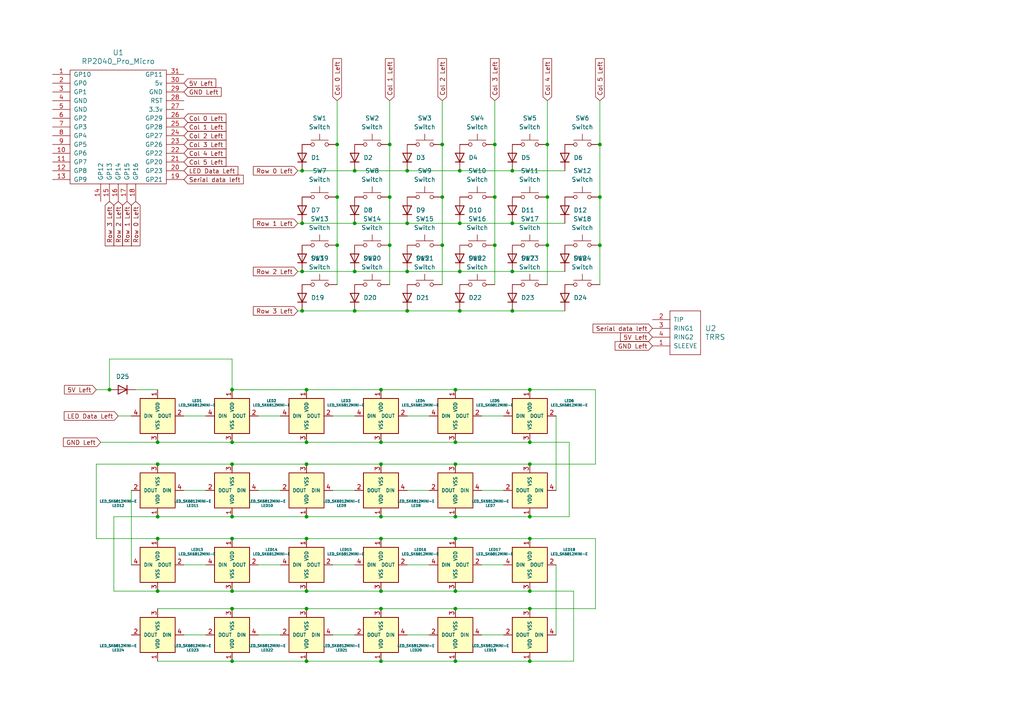
<source format=kicad_sch>
(kicad_sch (version 20231120) (generator "eeschema") (generator_version "8.0")
  (paper "A4")
  (lib_symbols
    (symbol "pjimenez:Diode_1N4148-SOD123" (pin_numbers hide) (pin_names hide)
      (property "Reference" "D" (at 0 2.54 0))
      (symbol "Diode_1N4148-SOD123_0_1"
        (polyline (pts (xy -1.27 1.27) (xy -1.27 -1.27)) (stroke (width 0.254)))
        (polyline (pts (xy 1.27 0) (xy -1.27 0)))
        (polyline (pts (xy 1.27 1.27) (xy 1.27 -1.27) (xy -1.27 0) (xy 1.27 1.27)) (stroke (width 0.254)))
      )
      (symbol "Diode_1N4148-SOD123_1_1"
        (pin passive line (at -3.81 0 0) (length 2.54) (name "K") (number "1"))
        (pin passive line (at 3.81 0 180) (length 2.54) (name "A") (number "2"))
      )
    )
    (symbol "pjimenez:LED_SK6812MINI-E" (pin_names (offset 1.016))
      (property "Reference" "LED" (at 0 10.16 0))
      (property "Value" "LED_SK6812MINI-E" (at 0 8.89 0))
      (symbol "LED_SK6812MINI-E_0_1"
        (rectangle (start -5.08 5.08) (end 5.08 -5.08) (stroke (width 0.254)) (fill (type background)))
      )
      (symbol "LED_SK6812MINI-E_1_1"
        (pin power_in line (at 0 7.62 270) (length 2.54) (name "VDD") (number "1"))
        (pin output line (at 7.62 0 180) (length 2.54) (name "DOUT") (number "2"))
        (pin power_in line (at 0 -7.62 90) (length 2.54) (name "VSS") (number "3"))
        (pin input line (at -7.62 0 0) (length 2.54) (name "DIN") (number "4"))
      )
    )
    (symbol "pjimenez:MCU_RP2040_Pro_Micro" (pin_names (offset 1.016))
      (property "Reference" "U" (at 0 0 0))
      (property "Value" "RP2040_Pro_Micro" (at 0 -27.686 0))
      (symbol "MCU_RP2040_Pro_Micro_0_1"
        (rectangle (start -13.97 16.51) (end 13.97 -16.51))
      )
      (symbol "MCU_RP2040_Pro_Micro_1_1"
        (pin input line (at -19.05 15.24 0) (length 5.08) (name "GP10") (number "1"))
        (pin input line (at -19.05 -7.62 0) (length 5.08) (name "GP6") (number "10"))
        (pin input line (at -19.05 -10.16 0) (length 5.08) (name "GP7") (number "11"))
        (pin input line (at -19.05 -12.7 0) (length 5.08) (name "GP8") (number "12"))
        (pin input line (at -19.05 -15.24 0) (length 5.08) (name "GP9") (number "13"))
        (pin input line (at -5.08 -21.59 90) (length 5.08) (name "GP12") (number "14"))
        (pin input line (at -2.54 -21.59 90) (length 5.08) (name "GP13") (number "15"))
        (pin input line (at 0 -21.59 90) (length 5.08) (name "GP14") (number "16"))
        (pin input line (at 2.54 -21.59 90) (length 5.08) (name "GP15") (number "17"))
        (pin input line (at 5.08 -21.59 90) (length 5.08) (name "GP16") (number "18"))
        (pin input line (at 19.05 -15.24 180) (length 5.08) (name "GP21") (number "19"))
        (pin input line (at -19.05 12.7 0) (length 5.08) (name "GP0") (number "2"))
        (pin input line (at 19.05 -12.7 180) (length 5.08) (name "GP23") (number "20"))
        (pin input line (at 19.05 -10.16 180) (length 5.08) (name "GP20") (number "21"))
        (pin input line (at 19.05 -7.62 180) (length 5.08) (name "GP22") (number "22"))
        (pin input line (at 19.05 -5.08 180) (length 5.08) (name "GP26") (number "23"))
        (pin input line (at 19.05 -2.54 180) (length 5.08) (name "GP27") (number "24"))
        (pin input line (at 19.05 0 180) (length 5.08) (name "GP28") (number "25"))
        (pin input line (at 19.05 2.54 180) (length 5.08) (name "GP29") (number "26"))
        (pin input line (at 19.05 5.08 180) (length 5.08) (name "3.3v") (number "27"))
        (pin input line (at 19.05 7.62 180) (length 5.08) (name "RST") (number "28"))
        (pin input line (at 19.05 10.16 180) (length 5.08) (name "GND") (number "29"))
        (pin input line (at -19.05 10.16 0) (length 5.08) (name "GP1") (number "3"))
        (pin input line (at 19.05 12.7 180) (length 5.08) (name "5v") (number "30"))
        (pin input line (at 19.05 15.24 180) (length 5.08) (name "GP11") (number "31"))
        (pin input line (at -19.05 7.62 0) (length 5.08) (name "GND") (number "4"))
        (pin input line (at -19.05 5.08 0) (length 5.08) (name "GND") (number "5"))
        (pin input line (at -19.05 2.54 0) (length 5.08) (name "GP2") (number "6"))
        (pin input line (at -19.05 0 0) (length 5.08) (name "GP3") (number "7"))
        (pin input line (at -19.05 -2.54 0) (length 5.08) (name "GP4") (number "8"))
        (pin input line (at -19.05 -5.08 0) (length 5.08) (name "GP5") (number "9"))
      )
    )
    (symbol "pjimenez:Switch_ChocV1-hotswap" (pin_numbers hide) (pin_names (offset 1.016) hide)
      (property "Reference" "SW" (at 1.27 2.54 0))
      (property "Value" "Switch" (at 0 -1.524 0))
      (symbol "Switch_ChocV1-hotswap_0_1"
        (circle (center -2.032 0) (radius 0.508))
        (polyline (pts (xy 0 1.27) (xy 0 3.048)))
        (polyline (pts (xy 2.54 1.27) (xy -2.54 1.27)))
        (circle (center 2.032 0) (radius 0.508))
        (pin passive line (at -5.08 0 0) (length 2.54) (name "1") (number "1"))
        (pin passive line (at 5.08 0 180) (length 2.54) (name "2") (number "2"))
      )
    )
    (symbol "pjimenez:TRRS_PJ-320A" (pin_names (offset 1.016))
      (property "Reference" "U" (at 0 15.24 0))
      (property "Value" "TRRS" (at 0 -2.54 0))
      (symbol "TRRS_PJ-320A_0_1"
        (rectangle (start -3.81 0) (end -3.81 12.7))
        (rectangle (start -3.81 0) (end 5.08 0))
        (rectangle (start -3.81 12.7) (end 5.08 12.7))
        (rectangle (start 5.08 12.7) (end 5.08 0))
      )
      (symbol "TRRS_PJ-320A_1_1"
        (pin input line (at -8.89 2.54 0) (length 5.08) (name "SLEEVE") (number "1"))
        (pin input line (at -8.89 10.16 0) (length 5.08) (name "TIP") (number "2"))
        (pin input line (at -8.89 7.62 0) (length 5.08) (name "RING1") (number "3"))
        (pin input line (at -8.89 5.08 0) (length 5.08) (name "RING2") (number "4"))
      )
    )
  )
  (junction (at 118.11 64.77))
  (junction (at 158.75 71.12))
  (junction (at 158.75 57.15))
  (junction (at 153.67 176.53))
  (junction (at 153.67 113.03))
  (junction (at 67.31 191.77))
  (junction (at 87.63 49.53))
  (junction (at 132.08 191.77))
  (junction (at 102.87 49.53))
  (junction (at 133.35 64.77))
  (junction (at 153.67 191.77))
  (junction (at 173.99 41.91))
  (junction (at 113.03 57.15))
  (junction (at 118.11 49.53))
  (junction (at 88.9 134.62))
  (junction (at 45.72 149.86))
  (junction (at 67.31 149.86))
  (junction (at 87.63 64.77))
  (junction (at 158.75 41.91))
  (junction (at 143.51 41.91))
  (junction (at 128.27 57.15))
  (junction (at 118.11 78.74))
  (junction (at 102.87 78.74))
  (junction (at 88.9 176.53))
  (junction (at 132.08 176.53))
  (junction (at 132.08 134.62))
  (junction (at 173.99 71.12))
  (junction (at 110.49 149.86))
  (junction (at 153.67 171.45))
  (junction (at 128.27 71.12))
  (junction (at 67.31 171.45))
  (junction (at 148.59 78.74))
  (junction (at 87.63 90.17))
  (junction (at 153.67 128.27))
  (junction (at 97.79 41.91))
  (junction (at 128.27 41.91))
  (junction (at 88.9 191.77))
  (junction (at 148.59 49.53))
  (junction (at 45.72 128.27))
  (junction (at 113.03 71.12))
  (junction (at 132.08 113.03))
  (junction (at 143.51 57.15))
  (junction (at 132.08 128.27))
  (junction (at 132.08 171.45))
  (junction (at 67.31 113.03))
  (junction (at 88.9 149.86))
  (junction (at 97.79 57.15))
  (junction (at 97.79 71.12))
  (junction (at 88.9 128.27))
  (junction (at 153.67 149.86))
  (junction (at 110.49 156.21))
  (junction (at 110.49 134.62))
  (junction (at 110.49 113.03))
  (junction (at 88.9 171.45))
  (junction (at 110.49 128.27))
  (junction (at 153.67 156.21))
  (junction (at 88.9 113.03))
  (junction (at 45.72 171.45))
  (junction (at 102.87 64.77))
  (junction (at 113.03 41.91))
  (junction (at 31.75 113.03))
  (junction (at 110.49 171.45))
  (junction (at 143.51 71.12))
  (junction (at 133.35 49.53))
  (junction (at 133.35 90.17))
  (junction (at 45.72 156.21))
  (junction (at 118.11 90.17))
  (junction (at 88.9 156.21))
  (junction (at 148.59 64.77))
  (junction (at 153.67 134.62))
  (junction (at 45.72 134.62))
  (junction (at 102.87 90.17))
  (junction (at 132.08 156.21))
  (junction (at 67.31 134.62))
  (junction (at 67.31 176.53))
  (junction (at 67.31 128.27))
  (junction (at 133.35 78.74))
  (junction (at 87.63 78.74))
  (junction (at 110.49 191.77))
  (junction (at 67.31 156.21))
  (junction (at 132.08 149.86))
  (junction (at 110.49 176.53))
  (junction (at 148.59 90.17))
  (junction (at 173.99 57.15))
  (wire (pts (xy 45.72 156.21) (xy 67.31 156.21)))
  (wire (pts (xy 29.21 128.27) (xy 45.72 128.27)))
  (wire (pts (xy 153.67 134.62) (xy 132.08 134.62)))
  (wire (pts (xy 128.27 29.21) (xy 128.27 41.91)))
  (wire (pts (xy 158.75 29.21) (xy 158.75 41.91)))
  (wire (pts (xy 143.51 71.12) (xy 143.51 82.55)))
  (wire (pts (xy 96.52 120.65) (xy 102.87 120.65)))
  (wire (pts (xy 110.49 113.03) (xy 132.08 113.03)))
  (wire (pts (xy 133.35 49.53) (xy 148.59 49.53)))
  (wire (pts (xy 45.72 191.77) (xy 67.31 191.77)))
  (wire (pts (xy 27.94 156.21) (xy 45.72 156.21)))
  (wire (pts (xy 133.35 78.74) (xy 148.59 78.74)))
  (wire (pts (xy 45.72 113.03) (xy 39.37 113.03)))
  (wire (pts (xy 153.67 171.45) (xy 166.37 171.45)))
  (wire (pts (xy 132.08 128.27) (xy 153.67 128.27)))
  (wire (pts (xy 132.08 171.45) (xy 153.67 171.45)))
  (wire (pts (xy 113.03 29.21) (xy 113.03 41.91)))
  (wire (pts (xy 143.51 41.91) (xy 143.51 57.15)))
  (wire (pts (xy 53.34 163.83) (xy 59.69 163.83)))
  (wire (pts (xy 132.08 149.86) (xy 110.49 149.86)))
  (wire (pts (xy 38.1 142.24) (xy 38.1 163.83)))
  (wire (pts (xy 53.34 142.24) (xy 59.69 142.24)))
  (wire (pts (xy 153.67 156.21) (xy 172.72 156.21)))
  (wire (pts (xy 173.99 57.15) (xy 173.99 71.12)))
  (wire (pts (xy 87.63 64.77) (xy 102.87 64.77)))
  (wire (pts (xy 110.49 191.77) (xy 132.08 191.77)))
  (wire (pts (xy 172.72 113.03) (xy 172.72 134.62)))
  (wire (pts (xy 31.75 113.03) (xy 31.75 104.14)))
  (wire (pts (xy 113.03 57.15) (xy 113.03 71.12)))
  (wire (pts (xy 113.03 71.12) (xy 113.03 82.55)))
  (wire (pts (xy 118.11 184.15) (xy 124.46 184.15)))
  (wire (pts (xy 118.11 64.77) (xy 133.35 64.77)))
  (wire (pts (xy 67.31 128.27) (xy 88.9 128.27)))
  (wire (pts (xy 87.63 49.53) (xy 102.87 49.53)))
  (wire (pts (xy 153.67 176.53) (xy 132.08 176.53)))
  (wire (pts (xy 166.37 171.45) (xy 166.37 191.77)))
  (wire (pts (xy 110.49 176.53) (xy 88.9 176.53)))
  (wire (pts (xy 74.93 184.15) (xy 81.28 184.15)))
  (wire (pts (xy 143.51 29.21) (xy 143.51 41.91)))
  (wire (pts (xy 86.36 49.53) (xy 87.63 49.53)))
  (wire (pts (xy 87.63 90.17) (xy 102.87 90.17)))
  (wire (pts (xy 88.9 171.45) (xy 110.49 171.45)))
  (wire (pts (xy 118.11 142.24) (xy 124.46 142.24)))
  (wire (pts (xy 45.72 134.62) (xy 27.94 134.62)))
  (wire (pts (xy 158.75 71.12) (xy 158.75 82.55)))
  (wire (pts (xy 148.59 49.53) (xy 163.83 49.53)))
  (wire (pts (xy 173.99 71.12) (xy 173.99 82.55)))
  (wire (pts (xy 27.94 134.62) (xy 27.94 156.21)))
  (wire (pts (xy 67.31 134.62) (xy 45.72 134.62)))
  (wire (pts (xy 173.99 41.91) (xy 173.99 57.15)))
  (wire (pts (xy 153.67 149.86) (xy 132.08 149.86)))
  (wire (pts (xy 74.93 163.83) (xy 81.28 163.83)))
  (wire (pts (xy 67.31 176.53) (xy 45.72 176.53)))
  (wire (pts (xy 31.75 104.14) (xy 67.31 104.14)))
  (wire (pts (xy 161.29 120.65) (xy 161.29 142.24)))
  (wire (pts (xy 148.59 90.17) (xy 163.83 90.17)))
  (wire (pts (xy 132.08 176.53) (xy 110.49 176.53)))
  (wire (pts (xy 97.79 41.91) (xy 97.79 57.15)))
  (wire (pts (xy 172.72 176.53) (xy 153.67 176.53)))
  (wire (pts (xy 139.7 163.83) (xy 146.05 163.83)))
  (wire (pts (xy 148.59 78.74) (xy 163.83 78.74)))
  (wire (pts (xy 67.31 191.77) (xy 88.9 191.77)))
  (wire (pts (xy 118.11 120.65) (xy 124.46 120.65)))
  (wire (pts (xy 67.31 149.86) (xy 45.72 149.86)))
  (wire (pts (xy 33.02 171.45) (xy 45.72 171.45)))
  (wire (pts (xy 102.87 49.53) (xy 118.11 49.53)))
  (wire (pts (xy 88.9 191.77) (xy 110.49 191.77)))
  (wire (pts (xy 53.34 184.15) (xy 59.69 184.15)))
  (wire (pts (xy 97.79 71.12) (xy 97.79 82.55)))
  (wire (pts (xy 139.7 142.24) (xy 146.05 142.24)))
  (wire (pts (xy 132.08 156.21) (xy 153.67 156.21)))
  (wire (pts (xy 153.67 191.77) (xy 166.37 191.77)))
  (wire (pts (xy 118.11 78.74) (xy 133.35 78.74)))
  (wire (pts (xy 133.35 64.77) (xy 148.59 64.77)))
  (wire (pts (xy 110.49 134.62) (xy 88.9 134.62)))
  (wire (pts (xy 110.49 171.45) (xy 132.08 171.45)))
  (wire (pts (xy 67.31 104.14) (xy 67.31 113.03)))
  (wire (pts (xy 110.49 149.86) (xy 88.9 149.86)))
  (wire (pts (xy 173.99 29.21) (xy 173.99 41.91)))
  (wire (pts (xy 88.9 156.21) (xy 110.49 156.21)))
  (wire (pts (xy 139.7 184.15) (xy 146.05 184.15)))
  (wire (pts (xy 139.7 120.65) (xy 146.05 120.65)))
  (wire (pts (xy 148.59 64.77) (xy 163.83 64.77)))
  (wire (pts (xy 33.02 149.86) (xy 33.02 171.45)))
  (wire (pts (xy 118.11 90.17) (xy 133.35 90.17)))
  (wire (pts (xy 102.87 90.17) (xy 118.11 90.17)))
  (wire (pts (xy 74.93 142.24) (xy 81.28 142.24)))
  (wire (pts (xy 67.31 113.03) (xy 88.9 113.03)))
  (wire (pts (xy 102.87 78.74) (xy 118.11 78.74)))
  (wire (pts (xy 165.1 149.86) (xy 153.67 149.86)))
  (wire (pts (xy 45.72 149.86) (xy 33.02 149.86)))
  (wire (pts (xy 67.31 171.45) (xy 88.9 171.45)))
  (wire (pts (xy 96.52 184.15) (xy 102.87 184.15)))
  (wire (pts (xy 153.67 128.27) (xy 165.1 128.27)))
  (wire (pts (xy 97.79 29.21) (xy 97.79 41.91)))
  (wire (pts (xy 132.08 113.03) (xy 153.67 113.03)))
  (wire (pts (xy 165.1 128.27) (xy 165.1 149.86)))
  (wire (pts (xy 153.67 113.03) (xy 172.72 113.03)))
  (wire (pts (xy 96.52 142.24) (xy 102.87 142.24)))
  (wire (pts (xy 110.49 156.21) (xy 132.08 156.21)))
  (wire (pts (xy 118.11 163.83) (xy 124.46 163.83)))
  (wire (pts (xy 143.51 57.15) (xy 143.51 71.12)))
  (wire (pts (xy 133.35 90.17) (xy 148.59 90.17)))
  (wire (pts (xy 128.27 71.12) (xy 128.27 82.55)))
  (wire (pts (xy 158.75 57.15) (xy 158.75 71.12)))
  (wire (pts (xy 97.79 57.15) (xy 97.79 71.12)))
  (wire (pts (xy 113.03 41.91) (xy 113.03 57.15)))
  (wire (pts (xy 172.72 134.62) (xy 153.67 134.62)))
  (wire (pts (xy 158.75 41.91) (xy 158.75 57.15)))
  (wire (pts (xy 102.87 64.77) (xy 118.11 64.77)))
  (wire (pts (xy 132.08 134.62) (xy 110.49 134.62)))
  (wire (pts (xy 86.36 64.77) (xy 87.63 64.77)))
  (wire (pts (xy 118.11 49.53) (xy 133.35 49.53)))
  (wire (pts (xy 53.34 120.65) (xy 59.69 120.65)))
  (wire (pts (xy 45.72 171.45) (xy 67.31 171.45)))
  (wire (pts (xy 86.36 78.74) (xy 87.63 78.74)))
  (wire (pts (xy 87.63 78.74) (xy 102.87 78.74)))
  (wire (pts (xy 34.29 120.65) (xy 38.1 120.65)))
  (wire (pts (xy 88.9 128.27) (xy 110.49 128.27)))
  (wire (pts (xy 128.27 57.15) (xy 128.27 71.12)))
  (wire (pts (xy 88.9 113.03) (xy 110.49 113.03)))
  (wire (pts (xy 128.27 41.91) (xy 128.27 57.15)))
  (wire (pts (xy 74.93 120.65) (xy 81.28 120.65)))
  (wire (pts (xy 172.72 156.21) (xy 172.72 176.53)))
  (wire (pts (xy 88.9 149.86) (xy 67.31 149.86)))
  (wire (pts (xy 110.49 128.27) (xy 132.08 128.27)))
  (wire (pts (xy 132.08 191.77) (xy 153.67 191.77)))
  (wire (pts (xy 88.9 134.62) (xy 67.31 134.62)))
  (wire (pts (xy 88.9 176.53) (xy 67.31 176.53)))
  (wire (pts (xy 161.29 163.83) (xy 161.29 184.15)))
  (wire (pts (xy 31.75 113.03) (xy 27.94 113.03)))
  (wire (pts (xy 67.31 156.21) (xy 88.9 156.21)))
  (wire (pts (xy 45.72 128.27) (xy 67.31 128.27)))
  (wire (pts (xy 86.36 90.17) (xy 87.63 90.17)))
  (wire (pts (xy 96.52 163.83) (xy 102.87 163.83)))
  (global_label "Serial data left" (shape input) (at 53.34 52.07 0) (property "Intersheetrefs" "${INTERSHEET_REFS}" (effects (hide yes))))
  (global_label "LED Data Left" (shape input) (at 53.34 49.53 0) (property "Intersheetrefs" "${INTERSHEET_REFS}" (effects (hide yes))))
  (global_label "5V Left" (shape input) (at 53.34 24.13 0) (property "Intersheetrefs" "${INTERSHEET_REFS}" (effects (hide yes))))
  (global_label "LED Data Left" (shape input) (at 34.29 120.65 180) (property "Intersheetrefs" "${INTERSHEET_REFS}" (effects (hide yes))))
  (global_label "Row 3 Left" (shape input) (at 86.36 90.17 180) (property "Intersheetrefs" "${INTERSHEET_REFS}" (effects (hide yes))))
  (global_label "Col 5 Left" (shape input) (at 53.34 46.99 0) (property "Intersheetrefs" "${INTERSHEET_REFS}" (effects (hide yes))))
  (global_label "GND Left" (shape input) (at 189.23 100.33 180) (property "Intersheetrefs" "${INTERSHEET_REFS}" (effects (hide yes))))
  (global_label "GND Left" (shape input) (at 53.34 26.67 0) (property "Intersheetrefs" "${INTERSHEET_REFS}" (effects (hide yes))))
  (global_label "Col 1 Left" (shape input) (at 113.03 29.21 90) (property "Intersheetrefs" "${INTERSHEET_REFS}" (effects (hide yes))))
  (global_label "Col 2 Left" (shape input) (at 53.34 39.37 0) (property "Intersheetrefs" "${INTERSHEET_REFS}" (effects (hide yes))))
  (global_label "Row 0 Left" (shape input) (at 86.36 49.53 180) (property "Intersheetrefs" "${INTERSHEET_REFS}" (effects (hide yes))))
  (global_label "Col 4 Left" (shape input) (at 158.75 29.21 90) (property "Intersheetrefs" "${INTERSHEET_REFS}" (effects (hide yes))))
  (global_label "5V Left" (shape input) (at 189.23 97.79 180) (property "Intersheetrefs" "${INTERSHEET_REFS}" (effects (hide yes))))
  (global_label "GND Left" (shape input) (at 29.21 128.27 180) (property "Intersheetrefs" "${INTERSHEET_REFS}" (effects (hide yes))))
  (global_label "Row 1 Left" (shape input) (at 86.36 64.77 180) (property "Intersheetrefs" "${INTERSHEET_REFS}" (effects (hide yes))))
  (global_label "Col 4 Left" (shape input) (at 53.34 44.45 0) (property "Intersheetrefs" "${INTERSHEET_REFS}" (effects (hide yes))))
  (global_label "Serial data left" (shape input) (at 189.23 95.25 180) (property "Intersheetrefs" "${INTERSHEET_REFS}" (effects (hide yes))))
  (global_label "Row 3 Left" (shape input) (at 31.75 58.42 270) (property "Intersheetrefs" "${INTERSHEET_REFS}" (effects (hide yes))))
  (global_label "Row 2 Left" (shape input) (at 86.36 78.74 180) (property "Intersheetrefs" "${INTERSHEET_REFS}" (effects (hide yes))))
  (global_label "Row 0 Left" (shape input) (at 39.37 58.42 270) (property "Intersheetrefs" "${INTERSHEET_REFS}" (effects (hide yes))))
  (global_label "Col 5 Left" (shape input) (at 173.99 29.21 90) (property "Intersheetrefs" "${INTERSHEET_REFS}" (effects (hide yes))))
  (global_label "Col 1 Left" (shape input) (at 53.34 36.83 0) (property "Intersheetrefs" "${INTERSHEET_REFS}" (effects (hide yes))))
  (global_label "Row 2 Left" (shape input) (at 34.29 58.42 270) (property "Intersheetrefs" "${INTERSHEET_REFS}" (effects (hide yes))))
  (global_label "Col 3 Left" (shape input) (at 143.51 29.21 90) (property "Intersheetrefs" "${INTERSHEET_REFS}" (effects (hide yes))))
  (global_label "Col 0 Left" (shape input) (at 97.79 29.21 90) (property "Intersheetrefs" "${INTERSHEET_REFS}" (effects (hide yes))))
  (global_label "Col 2 Left" (shape input) (at 128.27 29.21 90) (property "Intersheetrefs" "${INTERSHEET_REFS}" (effects (hide yes))))
  (global_label "5V Left" (shape input) (at 27.94 113.03 180) (property "Intersheetrefs" "${INTERSHEET_REFS}" (effects (hide yes))))
  (global_label "Col 0 Left" (shape input) (at 53.34 34.29 0) (property "Intersheetrefs" "${INTERSHEET_REFS}" (effects (hide yes))))
  (global_label "Row 1 Left" (shape input) (at 36.83 58.42 270) (property "Intersheetrefs" "${INTERSHEET_REFS}" (effects (hide yes))))
  (global_label "Col 3 Left" (shape input) (at 53.34 41.91 0) (property "Intersheetrefs" "${INTERSHEET_REFS}" (effects (hide yes))))
  (symbol (lib_id "pjimenez:Switch_ChocV1-hotswap") (at 107.95 57.15 0) (unit 1)
    (property "Reference" "SW8" (at 107.95 49.53 0))
    (property "Value" "Switch" (at 107.95 52.07 0))
    (property "Footprint" "pjimenez:Switch_ChocV1-hotswap" (effects (hide yes)))
    (property "Description" "Push button switch, generic, two pins" (effects (hide yes)))
  )
  (symbol (lib_id "pjimenez:LED_SK6812MINI-E") (at 132.08 142.24 180) (unit 1)
    (property "Reference" "LED8" (at 120.65 146.6535 0) (effects (font (size 0.7366 0.7366))))
    (property "Value" "LED_SK6812MINI-E" (at 120.65 145.3835 0) (effects (font (size 0.7366 0.7366))))
    (property "Footprint" "pjimenez:LED_SK6812-MINI-E" (effects (hide yes)))
  )
  (symbol (lib_id "pjimenez:Diode_1N4148-SOD123") (at 163.83 45.72 90) (unit 1)
    (property "Reference" "D6" (at 166.37 45.7199 90) (effects (justify right)))
    (property "Value" "Diode_1N4148-SOD123" (effects (hide yes)))
    (property "Footprint" "pjimenez:Diode_1N4148-SOD123" (effects (hide yes)))
    (property "Description" "1N4148 (DO-35) or 1N4148W (SOD-123)" (effects (hide yes)))
    (property "Sim.Device" "D" (effects (hide yes)))
    (property "Sim.Pins" "1=K 2=A" (effects (hide yes)))
  )
  (symbol (lib_id "pjimenez:Diode_1N4148-SOD123") (at 118.11 74.93 90) (unit 1)
    (property "Reference" "D15" (at 120.65 74.9299 90) (effects (justify right)))
    (property "Value" "Diode_1N4148-SOD123" (effects (hide yes)))
    (property "Footprint" "pjimenez:Diode_1N4148-SOD123" (effects (hide yes)))
    (property "Description" "1N4148 (DO-35) or 1N4148W (SOD-123)" (effects (hide yes)))
    (property "Sim.Device" "D" (effects (hide yes)))
    (property "Sim.Pins" "1=K 2=A" (effects (hide yes)))
  )
  (symbol (lib_id "pjimenez:Diode_1N4148-SOD123") (at 133.35 45.72 90) (unit 1)
    (property "Reference" "D4" (at 135.89 45.7199 90) (effects (justify right)))
    (property "Value" "Diode_1N4148-SOD123" (effects (hide yes)))
    (property "Footprint" "pjimenez:Diode_1N4148-SOD123" (effects (hide yes)))
    (property "Description" "1N4148 (DO-35) or 1N4148W (SOD-123)" (effects (hide yes)))
    (property "Sim.Device" "D" (effects (hide yes)))
    (property "Sim.Pins" "1=K 2=A" (effects (hide yes)))
  )
  (symbol (lib_id "pjimenez:LED_SK6812MINI-E") (at 110.49 163.83 0) (unit 1)
    (property "Reference" "LED16" (at 121.92 159.4165 0) (effects (font (size 0.7366 0.7366))))
    (property "Value" "LED_SK6812MINI-E" (at 121.92 160.6865 0) (effects (font (size 0.7366 0.7366))))
    (property "Footprint" "pjimenez:LED_SK6812-MINI-E" (effects (hide yes)))
  )
  (symbol (lib_id "pjimenez:Diode_1N4148-SOD123") (at 102.87 74.93 90) (unit 1)
    (property "Reference" "D14" (at 105.41 74.9299 90) (effects (justify right)))
    (property "Value" "Diode_1N4148-SOD123" (effects (hide yes)))
    (property "Footprint" "pjimenez:Diode_1N4148-SOD123" (effects (hide yes)))
    (property "Description" "1N4148 (DO-35) or 1N4148W (SOD-123)" (effects (hide yes)))
    (property "Sim.Device" "D" (effects (hide yes)))
    (property "Sim.Pins" "1=K 2=A" (effects (hide yes)))
  )
  (symbol (lib_id "pjimenez:LED_SK6812MINI-E") (at 67.31 120.65 0) (unit 1)
    (property "Reference" "LED2" (at 78.74 116.2365 0) (effects (font (size 0.7366 0.7366))))
    (property "Value" "LED_SK6812MINI-E" (at 78.74 117.5065 0) (effects (font (size 0.7366 0.7366))))
    (property "Footprint" "pjimenez:LED_SK6812-MINI-E" (effects (hide yes)))
  )
  (symbol (lib_id "pjimenez:Switch_ChocV1-hotswap") (at 168.91 41.91 0) (unit 1)
    (property "Reference" "SW6" (at 168.91 34.29 0))
    (property "Value" "Switch" (at 168.91 36.83 0))
    (property "Footprint" "pjimenez:Switch_ChocV1-hotswap" (effects (hide yes)))
    (property "Description" "Push button switch, generic, two pins" (effects (hide yes)))
  )
  (symbol (lib_id "pjimenez:Switch_ChocV1-hotswap") (at 123.19 57.15 0) (unit 1)
    (property "Reference" "SW9" (at 123.19 49.53 0))
    (property "Value" "Switch" (at 123.19 52.07 0))
    (property "Footprint" "pjimenez:Switch_ChocV1-hotswap" (effects (hide yes)))
    (property "Description" "Push button switch, generic, two pins" (effects (hide yes)))
  )
  (symbol (lib_id "pjimenez:Diode_1N4148-SOD123") (at 133.35 74.93 90) (unit 1)
    (property "Reference" "D16" (at 135.89 74.9299 90) (effects (justify right)))
    (property "Value" "Diode_1N4148-SOD123" (effects (hide yes)))
    (property "Footprint" "pjimenez:Diode_1N4148-SOD123" (effects (hide yes)))
    (property "Description" "1N4148 (DO-35) or 1N4148W (SOD-123)" (effects (hide yes)))
    (property "Sim.Device" "D" (effects (hide yes)))
    (property "Sim.Pins" "1=K 2=A" (effects (hide yes)))
  )
  (symbol (lib_id "pjimenez:LED_SK6812MINI-E") (at 45.72 142.24 180) (unit 1)
    (property "Reference" "LED12" (at 34.29 146.6535 0) (effects (font (size 0.7366 0.7366))))
    (property "Value" "LED_SK6812MINI-E" (at 34.29 145.3835 0) (effects (font (size 0.7366 0.7366))))
    (property "Footprint" "pjimenez:LED_SK6812-MINI-E" (effects (hide yes)))
  )
  (symbol (lib_id "pjimenez:LED_SK6812MINI-E") (at 110.49 184.15 180) (unit 1)
    (property "Reference" "LED21" (at 99.06 188.5635 0) (effects (font (size 0.7366 0.7366))))
    (property "Value" "LED_SK6812MINI-E" (at 99.06 187.2935 0) (effects (font (size 0.7366 0.7366))))
    (property "Footprint" "pjimenez:LED_SK6812-MINI-E" (effects (hide yes)))
  )
  (symbol (lib_id "pjimenez:Diode_1N4148-SOD123") (at 148.59 45.72 90) (unit 1)
    (property "Reference" "D5" (at 151.13 45.7199 90) (effects (justify right)))
    (property "Value" "Diode_1N4148-SOD123" (effects (hide yes)))
    (property "Footprint" "pjimenez:Diode_1N4148-SOD123" (effects (hide yes)))
    (property "Description" "1N4148 (DO-35) or 1N4148W (SOD-123)" (effects (hide yes)))
    (property "Sim.Device" "D" (effects (hide yes)))
    (property "Sim.Pins" "1=K 2=A" (effects (hide yes)))
  )
  (symbol (lib_id "pjimenez:Switch_ChocV1-hotswap") (at 153.67 41.91 0) (unit 1)
    (property "Reference" "SW5" (at 153.67 34.29 0))
    (property "Value" "Switch" (at 153.67 36.83 0))
    (property "Footprint" "pjimenez:Switch_ChocV1-hotswap" (effects (hide yes)))
    (property "Description" "Push button switch, generic, two pins" (effects (hide yes)))
  )
  (symbol (lib_id "pjimenez:Switch_ChocV1-hotswap") (at 138.43 71.12 0) (unit 1)
    (property "Reference" "SW16" (at 138.43 63.5 0))
    (property "Value" "Switch" (at 138.43 66.04 0))
    (property "Footprint" "pjimenez:Switch_ChocV1-hotswap" (effects (hide yes)))
    (property "Description" "Push button switch, generic, two pins" (effects (hide yes)))
  )
  (symbol (lib_id "pjimenez:LED_SK6812MINI-E") (at 110.49 120.65 0) (unit 1)
    (property "Reference" "LED4" (at 121.92 116.2365 0) (effects (font (size 0.7366 0.7366))))
    (property "Value" "LED_SK6812MINI-E" (at 121.92 117.5065 0) (effects (font (size 0.7366 0.7366))))
    (property "Footprint" "pjimenez:LED_SK6812-MINI-E" (effects (hide yes)))
  )
  (symbol (lib_id "pjimenez:Switch_ChocV1-hotswap") (at 138.43 41.91 0) (unit 1)
    (property "Reference" "SW4" (at 138.43 34.29 0))
    (property "Value" "Switch" (at 138.43 36.83 0))
    (property "Footprint" "pjimenez:Switch_ChocV1-hotswap" (effects (hide yes)))
    (property "Description" "Push button switch, generic, two pins" (effects (hide yes)))
  )
  (symbol (lib_id "pjimenez:Diode_1N4148-SOD123") (at 163.83 86.36 90) (unit 1)
    (property "Reference" "D24" (at 166.37 86.3599 90) (effects (justify right)))
    (property "Value" "Diode_1N4148-SOD123" (effects (hide yes)))
    (property "Footprint" "pjimenez:Diode_1N4148-SOD123" (effects (hide yes)))
    (property "Description" "1N4148 (DO-35) or 1N4148W (SOD-123)" (effects (hide yes)))
    (property "Sim.Device" "D" (effects (hide yes)))
    (property "Sim.Pins" "1=K 2=A" (effects (hide yes)))
  )
  (symbol (lib_id "pjimenez:LED_SK6812MINI-E") (at 132.08 120.65 0) (unit 1)
    (property "Reference" "LED5" (at 143.51 116.2365 0) (effects (font (size 0.7366 0.7366))))
    (property "Value" "LED_SK6812MINI-E" (at 143.51 117.5065 0) (effects (font (size 0.7366 0.7366))))
    (property "Footprint" "pjimenez:LED_SK6812-MINI-E" (effects (hide yes)))
  )
  (symbol (lib_id "pjimenez:LED_SK6812MINI-E") (at 45.72 184.15 180) (unit 1)
    (property "Reference" "LED24" (at 34.29 188.5635 0) (effects (font (size 0.7366 0.7366))))
    (property "Value" "LED_SK6812MINI-E" (at 34.29 187.2935 0) (effects (font (size 0.7366 0.7366))))
    (property "Footprint" "pjimenez:LED_SK6812-MINI-E" (effects (hide yes)))
  )
  (symbol (lib_id "pjimenez:LED_SK6812MINI-E") (at 88.9 142.24 180) (unit 1)
    (property "Reference" "LED10" (at 77.47 146.6535 0) (effects (font (size 0.7366 0.7366))))
    (property "Value" "LED_SK6812MINI-E" (at 77.47 145.3835 0) (effects (font (size 0.7366 0.7366))))
    (property "Footprint" "pjimenez:LED_SK6812-MINI-E" (effects (hide yes)))
  )
  (symbol (lib_id "pjimenez:Switch_ChocV1-hotswap") (at 92.71 41.91 0) (unit 1)
    (property "Reference" "SW1" (at 92.71 34.29 0))
    (property "Value" "Switch" (at 92.71 36.83 0))
    (property "Footprint" "pjimenez:Switch_ChocV1-hotswap" (effects (hide yes)))
    (property "Description" "Push button switch, generic, two pins" (effects (hide yes)))
  )
  (symbol (lib_id "pjimenez:Diode_1N4148-SOD123") (at 118.11 45.72 90) (unit 1)
    (property "Reference" "D3" (at 120.65 45.7199 90) (effects (justify right)))
    (property "Value" "Diode_1N4148-SOD123" (effects (hide yes)))
    (property "Footprint" "pjimenez:Diode_1N4148-SOD123" (effects (hide yes)))
    (property "Description" "1N4148 (DO-35) or 1N4148W (SOD-123)" (effects (hide yes)))
    (property "Sim.Device" "D" (effects (hide yes)))
    (property "Sim.Pins" "1=K 2=A" (effects (hide yes)))
  )
  (symbol (lib_id "pjimenez:LED_SK6812MINI-E") (at 88.9 120.65 0) (unit 1)
    (property "Reference" "LED3" (at 100.33 116.2365 0) (effects (font (size 0.7366 0.7366))))
    (property "Value" "LED_SK6812MINI-E" (at 100.33 117.5065 0) (effects (font (size 0.7366 0.7366))))
    (property "Footprint" "pjimenez:LED_SK6812-MINI-E" (effects (hide yes)))
  )
  (symbol (lib_id "pjimenez:Diode_1N4148-SOD123") (at 87.63 45.72 90) (unit 1)
    (property "Reference" "D1" (at 90.17 45.7199 90) (effects (justify right)))
    (property "Value" "Diode_1N4148-SOD123" (effects (hide yes)))
    (property "Footprint" "pjimenez:Diode_1N4148-SOD123" (effects (hide yes)))
    (property "Description" "1N4148 (DO-35) or 1N4148W (SOD-123)" (effects (hide yes)))
    (property "Sim.Device" "D" (effects (hide yes)))
    (property "Sim.Pins" "1=K 2=A" (effects (hide yes)))
  )
  (symbol (lib_id "pjimenez:Diode_1N4148-SOD123") (at 118.11 60.96 90) (unit 1)
    (property "Reference" "D9" (at 120.65 60.9599 90) (effects (justify right)))
    (property "Value" "Diode_1N4148-SOD123" (effects (hide yes)))
    (property "Footprint" "pjimenez:Diode_1N4148-SOD123" (effects (hide yes)))
    (property "Description" "1N4148 (DO-35) or 1N4148W (SOD-123)" (effects (hide yes)))
    (property "Sim.Device" "D" (effects (hide yes)))
    (property "Sim.Pins" "1=K 2=A" (effects (hide yes)))
  )
  (symbol (lib_id "pjimenez:LED_SK6812MINI-E") (at 88.9 184.15 180) (unit 1)
    (property "Reference" "LED22" (at 77.47 188.5635 0) (effects (font (size 0.7366 0.7366))))
    (property "Value" "LED_SK6812MINI-E" (at 77.47 187.2935 0) (effects (font (size 0.7366 0.7366))))
    (property "Footprint" "pjimenez:LED_SK6812-MINI-E" (effects (hide yes)))
  )
  (symbol (lib_id "pjimenez:Switch_ChocV1-hotswap") (at 138.43 82.55 0) (unit 1)
    (property "Reference" "SW22" (at 138.43 74.93 0))
    (property "Value" "Switch" (at 138.43 77.47 0))
    (property "Footprint" "pjimenez:Switch_ChocV1-hotswap" (effects (hide yes)))
    (property "Description" "Push button switch, generic, two pins" (effects (hide yes)))
  )
  (symbol (lib_id "pjimenez:Switch_ChocV1-hotswap") (at 107.95 41.91 0) (unit 1)
    (property "Reference" "SW2" (at 107.95 34.29 0))
    (property "Value" "Switch" (at 107.95 36.83 0))
    (property "Footprint" "pjimenez:Switch_ChocV1-hotswap" (effects (hide yes)))
    (property "Description" "Push button switch, generic, two pins" (effects (hide yes)))
  )
  (symbol (lib_id "pjimenez:Diode_1N4148-SOD123") (at 102.87 45.72 90) (unit 1)
    (property "Reference" "D2" (at 105.41 45.7199 90) (effects (justify right)))
    (property "Value" "Diode_1N4148-SOD123" (effects (hide yes)))
    (property "Footprint" "pjimenez:Diode_1N4148-SOD123" (effects (hide yes)))
    (property "Description" "1N4148 (DO-35) or 1N4148W (SOD-123)" (effects (hide yes)))
    (property "Sim.Device" "D" (effects (hide yes)))
    (property "Sim.Pins" "1=K 2=A" (effects (hide yes)))
  )
  (symbol (lib_id "pjimenez:LED_SK6812MINI-E") (at 153.67 163.83 0) (unit 1)
    (property "Reference" "LED18" (at 165.1 159.4165 0) (effects (font (size 0.7366 0.7366))))
    (property "Value" "LED_SK6812MINI-E" (at 165.1 160.6865 0) (effects (font (size 0.7366 0.7366))))
    (property "Footprint" "pjimenez:LED_SK6812-MINI-E" (effects (hide yes)))
  )
  (symbol (lib_id "pjimenez:Diode_1N4148-SOD123") (at 118.11 86.36 90) (unit 1)
    (property "Reference" "D21" (at 120.65 86.3599 90) (effects (justify right)))
    (property "Value" "Diode_1N4148-SOD123" (effects (hide yes)))
    (property "Footprint" "pjimenez:Diode_1N4148-SOD123" (effects (hide yes)))
    (property "Description" "1N4148 (DO-35) or 1N4148W (SOD-123)" (effects (hide yes)))
    (property "Sim.Device" "D" (effects (hide yes)))
    (property "Sim.Pins" "1=K 2=A" (effects (hide yes)))
  )
  (symbol (lib_id "pjimenez:Diode_1N4148-SOD123") (at 102.87 60.96 90) (unit 1)
    (property "Reference" "D8" (at 105.41 60.9599 90) (effects (justify right)))
    (property "Value" "Diode_1N4148-SOD123" (effects (hide yes)))
    (property "Footprint" "pjimenez:Diode_1N4148-SOD123" (effects (hide yes)))
    (property "Description" "1N4148 (DO-35) or 1N4148W (SOD-123)" (effects (hide yes)))
    (property "Sim.Device" "D" (effects (hide yes)))
    (property "Sim.Pins" "1=K 2=A" (effects (hide yes)))
  )
  (symbol (lib_id "pjimenez:Diode_1N4148-SOD123") (at 148.59 86.36 90) (unit 1)
    (property "Reference" "D23" (at 151.13 86.3599 90) (effects (justify right)))
    (property "Value" "Diode_1N4148-SOD123" (effects (hide yes)))
    (property "Footprint" "pjimenez:Diode_1N4148-SOD123" (effects (hide yes)))
    (property "Description" "1N4148 (DO-35) or 1N4148W (SOD-123)" (effects (hide yes)))
    (property "Sim.Device" "D" (effects (hide yes)))
    (property "Sim.Pins" "1=K 2=A" (effects (hide yes)))
  )
  (symbol (lib_id "pjimenez:LED_SK6812MINI-E") (at 45.72 163.83 0) (unit 1)
    (property "Reference" "LED13" (at 57.15 159.4165 0) (effects (font (size 0.7366 0.7366))))
    (property "Value" "LED_SK6812MINI-E" (at 57.15 160.6865 0) (effects (font (size 0.7366 0.7366))))
    (property "Footprint" "pjimenez:LED_SK6812-MINI-E" (effects (hide yes)))
  )
  (symbol (lib_id "pjimenez:LED_SK6812MINI-E") (at 153.67 142.24 180) (unit 1)
    (property "Reference" "LED7" (at 142.24 146.6535 0) (effects (font (size 0.7366 0.7366))))
    (property "Value" "LED_SK6812MINI-E" (at 142.24 145.3835 0) (effects (font (size 0.7366 0.7366))))
    (property "Footprint" "pjimenez:LED_SK6812-MINI-E" (effects (hide yes)))
  )
  (symbol (lib_id "pjimenez:Diode_1N4148-SOD123") (at 133.35 86.36 90) (unit 1)
    (property "Reference" "D22" (at 135.89 86.3599 90) (effects (justify right)))
    (property "Value" "Diode_1N4148-SOD123" (effects (hide yes)))
    (property "Footprint" "pjimenez:Diode_1N4148-SOD123" (effects (hide yes)))
    (property "Description" "1N4148 (DO-35) or 1N4148W (SOD-123)" (effects (hide yes)))
    (property "Sim.Device" "D" (effects (hide yes)))
    (property "Sim.Pins" "1=K 2=A" (effects (hide yes)))
  )
  (symbol (lib_id "pjimenez:Diode_1N4148-SOD123") (at 87.63 74.93 90) (unit 1)
    (property "Reference" "D13" (at 90.17 74.9299 90) (effects (justify right)))
    (property "Value" "Diode_1N4148-SOD123" (effects (hide yes)))
    (property "Footprint" "pjimenez:Diode_1N4148-SOD123" (effects (hide yes)))
    (property "Description" "1N4148 (DO-35) or 1N4148W (SOD-123)" (effects (hide yes)))
    (property "Sim.Device" "D" (effects (hide yes)))
    (property "Sim.Pins" "1=K 2=A" (effects (hide yes)))
  )
  (symbol (lib_id "pjimenez:Switch_ChocV1-hotswap") (at 107.95 71.12 0) (unit 1)
    (property "Reference" "SW14" (at 107.95 63.5 0))
    (property "Value" "Switch" (at 107.95 66.04 0))
    (property "Footprint" "pjimenez:Switch_ChocV1-hotswap" (effects (hide yes)))
    (property "Description" "Push button switch, generic, two pins" (effects (hide yes)))
  )
  (symbol (lib_id "pjimenez:LED_SK6812MINI-E") (at 67.31 163.83 0) (unit 1)
    (property "Reference" "LED14" (at 78.74 159.4165 0) (effects (font (size 0.7366 0.7366))))
    (property "Value" "LED_SK6812MINI-E" (at 78.74 160.6865 0) (effects (font (size 0.7366 0.7366))))
    (property "Footprint" "pjimenez:LED_SK6812-MINI-E" (effects (hide yes)))
  )
  (symbol (lib_id "pjimenez:LED_SK6812MINI-E") (at 153.67 184.15 180) (unit 1)
    (property "Reference" "LED19" (at 142.24 188.5635 0) (effects (font (size 0.7366 0.7366))))
    (property "Value" "LED_SK6812MINI-E" (at 142.24 187.2935 0) (effects (font (size 0.7366 0.7366))))
    (property "Footprint" "pjimenez:LED_SK6812-MINI-E" (effects (hide yes)))
  )
  (symbol (lib_id "pjimenez:Switch_ChocV1-hotswap") (at 138.43 57.15 0) (unit 1)
    (property "Reference" "SW10" (at 138.43 49.53 0))
    (property "Value" "Switch" (at 138.43 52.07 0))
    (property "Footprint" "pjimenez:Switch_ChocV1-hotswap" (effects (hide yes)))
    (property "Description" "Push button switch, generic, two pins" (effects (hide yes)))
  )
  (symbol (lib_id "pjimenez:Switch_ChocV1-hotswap") (at 153.67 82.55 0) (unit 1)
    (property "Reference" "SW23" (at 153.67 74.93 0))
    (property "Value" "Switch" (at 153.67 77.47 0))
    (property "Footprint" "pjimenez:Switch_ChocV1-hotswap" (effects (hide yes)))
    (property "Description" "Push button switch, generic, two pins" (effects (hide yes)))
  )
  (symbol (lib_id "pjimenez:LED_SK6812MINI-E") (at 67.31 184.15 180) (unit 1)
    (property "Reference" "LED23" (at 55.88 188.5635 0) (effects (font (size 0.7366 0.7366))))
    (property "Value" "LED_SK6812MINI-E" (at 55.88 187.2935 0) (effects (font (size 0.7366 0.7366))))
    (property "Footprint" "pjimenez:LED_SK6812-MINI-E" (effects (hide yes)))
  )
  (symbol (lib_id "pjimenez:Switch_ChocV1-hotswap") (at 123.19 82.55 0) (unit 1)
    (property "Reference" "SW21" (at 123.19 74.93 0))
    (property "Value" "Switch" (at 123.19 77.47 0))
    (property "Footprint" "pjimenez:Switch_ChocV1-hotswap" (effects (hide yes)))
    (property "Description" "Push button switch, generic, two pins" (effects (hide yes)))
  )
  (symbol (lib_id "pjimenez:Switch_ChocV1-hotswap") (at 168.91 71.12 0) (unit 1)
    (property "Reference" "SW18" (at 168.91 63.5 0))
    (property "Value" "Switch" (at 168.91 66.04 0))
    (property "Footprint" "pjimenez:Switch_ChocV1-hotswap" (effects (hide yes)))
    (property "Description" "Push button switch, generic, two pins" (effects (hide yes)))
  )
  (symbol (lib_id "pjimenez:Switch_ChocV1-hotswap") (at 107.95 82.55 0) (unit 1)
    (property "Reference" "SW20" (at 107.95 74.93 0))
    (property "Value" "Switch" (at 107.95 77.47 0))
    (property "Footprint" "pjimenez:Switch_ChocV1-hotswap" (effects (hide yes)))
    (property "Description" "Push button switch, generic, two pins" (effects (hide yes)))
  )
  (symbol (lib_id "pjimenez:TRRS_PJ-320A") (at 198.12 102.87 0) (unit 1)
    (property "Reference" "U2" (at 204.47 95.2499 0) (effects (font (size 1.524 1.524)) (justify left)))
    (property "Value" "TRRS" (at 204.47 97.7899 0) (effects (font (size 1.524 1.524)) (justify left)))
    (property "Footprint" "pjimenez:TRRS_PJ-320A" (effects (hide yes)))
  )
  (symbol (lib_id "pjimenez:LED_SK6812MINI-E") (at 67.31 142.24 180) (unit 1)
    (property "Reference" "LED11" (at 55.88 146.6535 0) (effects (font (size 0.7366 0.7366))))
    (property "Value" "LED_SK6812MINI-E" (at 55.88 145.3835 0) (effects (font (size 0.7366 0.7366))))
    (property "Footprint" "pjimenez:LED_SK6812-MINI-E" (effects (hide yes)))
  )
  (symbol (lib_id "pjimenez:Diode_1N4148-SOD123") (at 148.59 74.93 90) (unit 1)
    (property "Reference" "D17" (at 151.13 74.9299 90) (effects (justify right)))
    (property "Value" "Diode_1N4148-SOD123" (effects (hide yes)))
    (property "Footprint" "pjimenez:Diode_1N4148-SOD123" (effects (hide yes)))
    (property "Description" "1N4148 (DO-35) or 1N4148W (SOD-123)" (effects (hide yes)))
    (property "Sim.Device" "D" (effects (hide yes)))
    (property "Sim.Pins" "1=K 2=A" (effects (hide yes)))
  )
  (symbol (lib_id "pjimenez:Switch_ChocV1-hotswap") (at 153.67 57.15 0) (unit 1)
    (property "Reference" "SW11" (at 153.67 49.53 0))
    (property "Value" "Switch" (at 153.67 52.07 0))
    (property "Footprint" "pjimenez:Switch_ChocV1-hotswap" (effects (hide yes)))
    (property "Description" "Push button switch, generic, two pins" (effects (hide yes)))
  )
  (symbol (lib_id "pjimenez:Switch_ChocV1-hotswap") (at 92.71 82.55 0) (unit 1)
    (property "Reference" "SW19" (at 92.71 74.93 0))
    (property "Value" "Switch" (at 92.71 77.47 0))
    (property "Footprint" "pjimenez:Switch_ChocV1-hotswap" (effects (hide yes)))
    (property "Description" "Push button switch, generic, two pins" (effects (hide yes)))
  )
  (symbol (lib_id "pjimenez:Diode_1N4148-SOD123") (at 35.56 113.03 180) (unit 1)
    (property "Reference" "D25" (at 35.56 109.22 0))
    (property "Value" "Diode_1N4148-SOD123" (effects (hide yes)))
    (property "Footprint" "pjimenez:Diode_1N4148-SOD123" (effects (hide yes)))
    (property "Description" "1N4148 (DO-35) or 1N4148W (SOD-123)" (effects (hide yes)))
    (property "Sim.Device" "D" (effects (hide yes)))
    (property "Sim.Pins" "1=K 2=A" (effects (hide yes)))
  )
  (symbol (lib_id "pjimenez:Switch_ChocV1-hotswap") (at 153.67 71.12 0) (unit 1)
    (property "Reference" "SW17" (at 153.67 63.5 0))
    (property "Value" "Switch" (at 153.67 66.04 0))
    (property "Footprint" "pjimenez:Switch_ChocV1-hotswap" (effects (hide yes)))
    (property "Description" "Push button switch, generic, two pins" (effects (hide yes)))
  )
  (symbol (lib_id "pjimenez:Diode_1N4148-SOD123") (at 148.59 60.96 90) (unit 1)
    (property "Reference" "D11" (at 151.13 60.9599 90) (effects (justify right)))
    (property "Value" "Diode_1N4148-SOD123" (effects (hide yes)))
    (property "Footprint" "pjimenez:Diode_1N4148-SOD123" (effects (hide yes)))
    (property "Description" "1N4148 (DO-35) or 1N4148W (SOD-123)" (effects (hide yes)))
    (property "Sim.Device" "D" (effects (hide yes)))
    (property "Sim.Pins" "1=K 2=A" (effects (hide yes)))
  )
  (symbol (lib_id "pjimenez:Diode_1N4148-SOD123") (at 87.63 86.36 90) (unit 1)
    (property "Reference" "D19" (at 90.17 86.3599 90) (effects (justify right)))
    (property "Value" "Diode_1N4148-SOD123" (effects (hide yes)))
    (property "Footprint" "pjimenez:Diode_1N4148-SOD123" (effects (hide yes)))
    (property "Description" "1N4148 (DO-35) or 1N4148W (SOD-123)" (effects (hide yes)))
    (property "Sim.Device" "D" (effects (hide yes)))
    (property "Sim.Pins" "1=K 2=A" (effects (hide yes)))
  )
  (symbol (lib_id "pjimenez:LED_SK6812MINI-E") (at 88.9 163.83 0) (unit 1)
    (property "Reference" "LED15" (at 100.33 159.4165 0) (effects (font (size 0.7366 0.7366))))
    (property "Value" "LED_SK6812MINI-E" (at 100.33 160.6865 0) (effects (font (size 0.7366 0.7366))))
    (property "Footprint" "pjimenez:LED_SK6812-MINI-E" (effects (hide yes)))
  )
  (symbol (lib_id "pjimenez:Diode_1N4148-SOD123") (at 133.35 60.96 90) (unit 1)
    (property "Reference" "D10" (at 135.89 60.9599 90) (effects (justify right)))
    (property "Value" "Diode_1N4148-SOD123" (effects (hide yes)))
    (property "Footprint" "pjimenez:Diode_1N4148-SOD123" (effects (hide yes)))
    (property "Description" "1N4148 (DO-35) or 1N4148W (SOD-123)" (effects (hide yes)))
    (property "Sim.Device" "D" (effects (hide yes)))
    (property "Sim.Pins" "1=K 2=A" (effects (hide yes)))
  )
  (symbol (lib_id "pjimenez:LED_SK6812MINI-E") (at 132.08 163.83 0) (unit 1)
    (property "Reference" "LED17" (at 143.51 159.4165 0) (effects (font (size 0.7366 0.7366))))
    (property "Value" "LED_SK6812MINI-E" (at 143.51 160.6865 0) (effects (font (size 0.7366 0.7366))))
    (property "Footprint" "pjimenez:LED_SK6812-MINI-E" (effects (hide yes)))
  )
  (symbol (lib_id "pjimenez:Switch_ChocV1-hotswap") (at 123.19 41.91 0) (unit 1)
    (property "Reference" "SW3" (at 123.19 34.29 0))
    (property "Value" "Switch" (at 123.19 36.83 0))
    (property "Footprint" "pjimenez:Switch_ChocV1-hotswap" (effects (hide yes)))
    (property "Description" "Push button switch, generic, two pins" (effects (hide yes)))
  )
  (symbol (lib_id "pjimenez:Switch_ChocV1-hotswap") (at 168.91 57.15 0) (unit 1)
    (property "Reference" "SW12" (at 168.91 49.53 0))
    (property "Value" "Switch" (at 168.91 52.07 0))
    (property "Footprint" "pjimenez:Switch_ChocV1-hotswap" (effects (hide yes)))
    (property "Description" "Push button switch, generic, two pins" (effects (hide yes)))
  )
  (symbol (lib_id "pjimenez:Diode_1N4148-SOD123") (at 87.63 60.96 90) (unit 1)
    (property "Reference" "D7" (at 90.17 60.9599 90) (effects (justify right)))
    (property "Value" "Diode_1N4148-SOD123" (effects (hide yes)))
    (property "Footprint" "pjimenez:Diode_1N4148-SOD123" (effects (hide yes)))
    (property "Description" "1N4148 (DO-35) or 1N4148W (SOD-123)" (effects (hide yes)))
    (property "Sim.Device" "D" (effects (hide yes)))
    (property "Sim.Pins" "1=K 2=A" (effects (hide yes)))
  )
  (symbol (lib_id "pjimenez:Diode_1N4148-SOD123") (at 163.83 60.96 90) (unit 1)
    (property "Reference" "D12" (at 166.37 60.9599 90) (effects (justify right)))
    (property "Value" "Diode_1N4148-SOD123" (effects (hide yes)))
    (property "Footprint" "pjimenez:Diode_1N4148-SOD123" (effects (hide yes)))
    (property "Description" "1N4148 (DO-35) or 1N4148W (SOD-123)" (effects (hide yes)))
    (property "Sim.Device" "D" (effects (hide yes)))
    (property "Sim.Pins" "1=K 2=A" (effects (hide yes)))
  )
  (symbol (lib_id "pjimenez:LED_SK6812MINI-E") (at 153.67 120.65 0) (unit 1)
    (property "Reference" "LED6" (at 165.1 116.2365 0) (effects (font (size 0.7366 0.7366))))
    (property "Value" "LED_SK6812MINI-E" (at 165.1 117.5065 0) (effects (font (size 0.7366 0.7366))))
    (property "Footprint" "pjimenez:LED_SK6812-MINI-E" (effects (hide yes)))
  )
  (symbol (lib_id "pjimenez:LED_SK6812MINI-E") (at 110.49 142.24 180) (unit 1)
    (property "Reference" "LED9" (at 99.06 146.6535 0) (effects (font (size 0.7366 0.7366))))
    (property "Value" "LED_SK6812MINI-E" (at 99.06 145.3835 0) (effects (font (size 0.7366 0.7366))))
    (property "Footprint" "pjimenez:LED_SK6812-MINI-E" (effects (hide yes)))
  )
  (symbol (lib_id "pjimenez:LED_SK6812MINI-E") (at 132.08 184.15 180) (unit 1)
    (property "Reference" "LED20" (at 120.65 188.5635 0) (effects (font (size 0.7366 0.7366))))
    (property "Value" "LED_SK6812MINI-E" (at 120.65 187.2935 0) (effects (font (size 0.7366 0.7366))))
    (property "Footprint" "pjimenez:LED_SK6812-MINI-E" (effects (hide yes)))
  )
  (symbol (lib_id "pjimenez:Switch_ChocV1-hotswap") (at 92.71 57.15 0) (unit 1)
    (property "Reference" "SW7" (at 92.71 49.53 0))
    (property "Value" "Switch" (at 92.71 52.07 0))
    (property "Footprint" "pjimenez:Switch_ChocV1-hotswap" (effects (hide yes)))
    (property "Description" "Push button switch, generic, two pins" (effects (hide yes)))
  )
  (symbol (lib_id "pjimenez:Switch_ChocV1-hotswap") (at 168.91 82.55 0) (unit 1)
    (property "Reference" "SW24" (at 168.91 74.93 0))
    (property "Value" "Switch" (at 168.91 77.47 0))
    (property "Footprint" "pjimenez:Switch_ChocV1-hotswap" (effects (hide yes)))
    (property "Description" "Push button switch, generic, two pins" (effects (hide yes)))
  )
  (symbol (lib_id "pjimenez:Diode_1N4148-SOD123") (at 163.83 74.93 90) (unit 1)
    (property "Reference" "D18" (at 166.37 74.9299 90) (effects (justify right)))
    (property "Value" "Diode_1N4148-SOD123" (effects (hide yes)))
    (property "Footprint" "pjimenez:Diode_1N4148-SOD123" (effects (hide yes)))
    (property "Description" "1N4148 (DO-35) or 1N4148W (SOD-123)" (effects (hide yes)))
    (property "Sim.Device" "D" (effects (hide yes)))
    (property "Sim.Pins" "1=K 2=A" (effects (hide yes)))
  )
  (symbol (lib_id "pjimenez:LED_SK6812MINI-E") (at 45.72 120.65 0) (unit 1)
    (property "Reference" "LED1" (at 57.15 116.2365 0) (effects (font (size 0.7366 0.7366))))
    (property "Value" "LED_SK6812MINI-E" (at 57.15 117.5065 0) (effects (font (size 0.7366 0.7366))))
    (property "Footprint" "pjimenez:LED_SK6812-MINI-E" (effects (hide yes)))
  )
  (symbol (lib_id "pjimenez:Diode_1N4148-SOD123") (at 102.87 86.36 90) (unit 1)
    (property "Reference" "D20" (at 105.41 86.3599 90) (effects (justify right)))
    (property "Value" "Diode_1N4148-SOD123" (effects (hide yes)))
    (property "Footprint" "pjimenez:Diode_1N4148-SOD123" (effects (hide yes)))
    (property "Description" "1N4148 (DO-35) or 1N4148W (SOD-123)" (effects (hide yes)))
    (property "Sim.Device" "D" (effects (hide yes)))
    (property "Sim.Pins" "1=K 2=A" (effects (hide yes)))
  )
  (symbol (lib_id "pjimenez:Switch_ChocV1-hotswap") (at 123.19 71.12 0) (unit 1)
    (property "Reference" "SW15" (at 123.19 63.5 0))
    (property "Value" "Switch" (at 123.19 66.04 0))
    (property "Footprint" "pjimenez:Switch_ChocV1-hotswap" (effects (hide yes)))
    (property "Description" "Push button switch, generic, two pins" (effects (hide yes)))
  )
  (symbol (lib_id "pjimenez:Switch_ChocV1-hotswap") (at 92.71 71.12 0) (unit 1)
    (property "Reference" "SW13" (at 92.71 63.5 0))
    (property "Value" "Switch" (at 92.71 66.04 0))
    (property "Footprint" "pjimenez:Switch_ChocV1-hotswap" (effects (hide yes)))
    (property "Description" "Push button switch, generic, two pins" (effects (hide yes)))
  )
  (symbol (lib_id "pjimenez:MCU_RP2040_Pro_Micro") (at 34.29 36.83 0) (unit 1)
    (property "Reference" "U1" (at 34.29 15.24 0) (effects (font (size 1.524 1.524))))
    (property "Value" "RP2040_Pro_Micro" (at 34.29 17.78 0) (effects (font (size 1.524 1.524))))
    (property "Footprint" "pjimenez:RP2040_Pro_Micro" (effects (hide yes)))
  )
)
</source>
